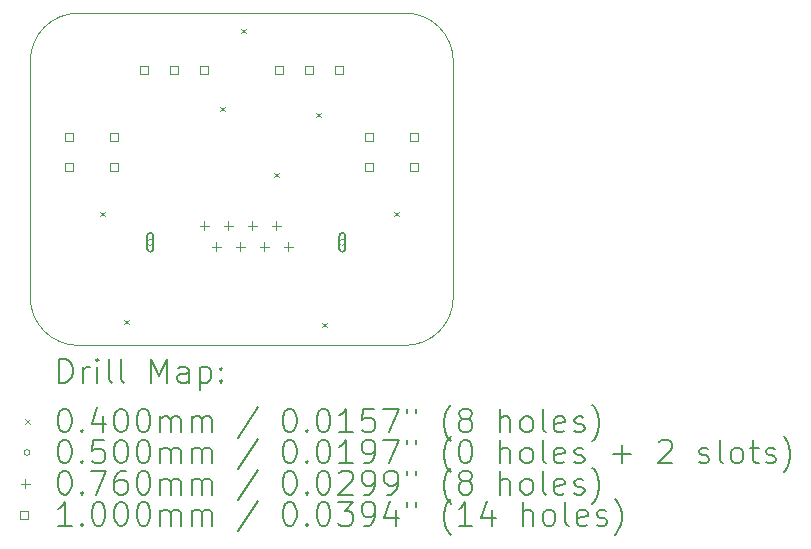
<source format=gbr>
%TF.GenerationSoftware,KiCad,Pcbnew,7.0.2*%
%TF.CreationDate,2023-08-07T19:28:32-05:00*%
%TF.ProjectId,JoystickBoard,4a6f7973-7469-4636-9b42-6f6172642e6b,rev?*%
%TF.SameCoordinates,Original*%
%TF.FileFunction,Drillmap*%
%TF.FilePolarity,Positive*%
%FSLAX45Y45*%
G04 Gerber Fmt 4.5, Leading zero omitted, Abs format (unit mm)*
G04 Created by KiCad (PCBNEW 7.0.2) date 2023-08-07 19:28:32*
%MOMM*%
%LPD*%
G01*
G04 APERTURE LIST*
%ADD10C,0.050000*%
%ADD11C,0.200000*%
%ADD12C,0.040000*%
%ADD13C,0.076000*%
%ADD14C,0.100000*%
G04 APERTURE END LIST*
D10*
X13258800Y-11068050D02*
G75*
G03*
X13665200Y-11474450I406400J0D01*
G01*
X16840200Y-9067800D02*
X16840200Y-11068050D01*
X13258800Y-11068050D02*
X13258800Y-9067800D01*
X16433800Y-11474450D02*
X13665200Y-11474450D01*
X13665200Y-8661400D02*
G75*
G03*
X13258800Y-9067800I0J-406400D01*
G01*
X16433800Y-8661400D02*
X13665200Y-8661400D01*
X16840200Y-9067800D02*
G75*
G03*
X16433800Y-8661400I-406400J0D01*
G01*
X16433800Y-11474450D02*
G75*
G03*
X16840200Y-11068050I0J406400D01*
G01*
D11*
D12*
X13848400Y-10343200D02*
X13888400Y-10383200D01*
X13888400Y-10343200D02*
X13848400Y-10383200D01*
X14051600Y-11257600D02*
X14091600Y-11297600D01*
X14091600Y-11257600D02*
X14051600Y-11297600D01*
X14864400Y-9454200D02*
X14904400Y-9494200D01*
X14904400Y-9454200D02*
X14864400Y-9494200D01*
X15042200Y-8793800D02*
X15082200Y-8833800D01*
X15082200Y-8793800D02*
X15042200Y-8833800D01*
X15321600Y-10013000D02*
X15361600Y-10053000D01*
X15361600Y-10013000D02*
X15321600Y-10053000D01*
X15677200Y-9505000D02*
X15717200Y-9545000D01*
X15717200Y-9505000D02*
X15677200Y-9545000D01*
X15728000Y-11283000D02*
X15768000Y-11323000D01*
X15768000Y-11283000D02*
X15728000Y-11323000D01*
X16337600Y-10343200D02*
X16377600Y-10383200D01*
X16377600Y-10343200D02*
X16337600Y-10383200D01*
D10*
X14299908Y-10602087D02*
G75*
G03*
X14299908Y-10602087I-25000J0D01*
G01*
D11*
X14299908Y-10657087D02*
X14299908Y-10547087D01*
X14299908Y-10547087D02*
G75*
G03*
X14249908Y-10547087I-25000J0D01*
G01*
X14249908Y-10547087D02*
X14249908Y-10657087D01*
X14249908Y-10657087D02*
G75*
G03*
X14299908Y-10657087I25000J0D01*
G01*
D10*
X15925908Y-10602087D02*
G75*
G03*
X15925908Y-10602087I-25000J0D01*
G01*
D11*
X15925908Y-10657087D02*
X15925908Y-10547087D01*
X15925908Y-10547087D02*
G75*
G03*
X15875908Y-10547087I-25000J0D01*
G01*
X15875908Y-10547087D02*
X15875908Y-10657087D01*
X15875908Y-10657087D02*
G75*
G03*
X15925908Y-10657087I25000J0D01*
G01*
D13*
X14731838Y-10422282D02*
X14731838Y-10498282D01*
X14693838Y-10460282D02*
X14769838Y-10460282D01*
X14833838Y-10600282D02*
X14833838Y-10676282D01*
X14795838Y-10638282D02*
X14871838Y-10638282D01*
X14934838Y-10422282D02*
X14934838Y-10498282D01*
X14896838Y-10460282D02*
X14972838Y-10460282D01*
X15036838Y-10600282D02*
X15036838Y-10676282D01*
X14998838Y-10638282D02*
X15074838Y-10638282D01*
X15137838Y-10422282D02*
X15137838Y-10498282D01*
X15099838Y-10460282D02*
X15175838Y-10460282D01*
X15239838Y-10600282D02*
X15239838Y-10676282D01*
X15201838Y-10638282D02*
X15277838Y-10638282D01*
X15340838Y-10422282D02*
X15340838Y-10498282D01*
X15302838Y-10460282D02*
X15378838Y-10460282D01*
X15442838Y-10600282D02*
X15442838Y-10676282D01*
X15404838Y-10638282D02*
X15480838Y-10638282D01*
D14*
X13624356Y-9742856D02*
X13624356Y-9672144D01*
X13553644Y-9672144D01*
X13553644Y-9742856D01*
X13624356Y-9742856D01*
X13624356Y-9996856D02*
X13624356Y-9926144D01*
X13553644Y-9926144D01*
X13553644Y-9996856D01*
X13624356Y-9996856D01*
X14005356Y-9742856D02*
X14005356Y-9672144D01*
X13934644Y-9672144D01*
X13934644Y-9742856D01*
X14005356Y-9742856D01*
X14005356Y-9996856D02*
X14005356Y-9926144D01*
X13934644Y-9926144D01*
X13934644Y-9996856D01*
X14005356Y-9996856D01*
X14259356Y-9179356D02*
X14259356Y-9108644D01*
X14188644Y-9108644D01*
X14188644Y-9179356D01*
X14259356Y-9179356D01*
X14513356Y-9179356D02*
X14513356Y-9108644D01*
X14442644Y-9108644D01*
X14442644Y-9179356D01*
X14513356Y-9179356D01*
X14767356Y-9179356D02*
X14767356Y-9108644D01*
X14696644Y-9108644D01*
X14696644Y-9179356D01*
X14767356Y-9179356D01*
X15402356Y-9179356D02*
X15402356Y-9108644D01*
X15331644Y-9108644D01*
X15331644Y-9179356D01*
X15402356Y-9179356D01*
X15656356Y-9179356D02*
X15656356Y-9108644D01*
X15585644Y-9108644D01*
X15585644Y-9179356D01*
X15656356Y-9179356D01*
X15910356Y-9179356D02*
X15910356Y-9108644D01*
X15839644Y-9108644D01*
X15839644Y-9179356D01*
X15910356Y-9179356D01*
X16164356Y-9742856D02*
X16164356Y-9672144D01*
X16093644Y-9672144D01*
X16093644Y-9742856D01*
X16164356Y-9742856D01*
X16164356Y-9996856D02*
X16164356Y-9926144D01*
X16093644Y-9926144D01*
X16093644Y-9996856D01*
X16164356Y-9996856D01*
X16545356Y-9742856D02*
X16545356Y-9672144D01*
X16474644Y-9672144D01*
X16474644Y-9742856D01*
X16545356Y-9742856D01*
X16545356Y-9996856D02*
X16545356Y-9926144D01*
X16474644Y-9926144D01*
X16474644Y-9996856D01*
X16545356Y-9996856D01*
D11*
X13503919Y-11789474D02*
X13503919Y-11589474D01*
X13503919Y-11589474D02*
X13551538Y-11589474D01*
X13551538Y-11589474D02*
X13580109Y-11598998D01*
X13580109Y-11598998D02*
X13599157Y-11618045D01*
X13599157Y-11618045D02*
X13608681Y-11637093D01*
X13608681Y-11637093D02*
X13618205Y-11675188D01*
X13618205Y-11675188D02*
X13618205Y-11703759D01*
X13618205Y-11703759D02*
X13608681Y-11741855D01*
X13608681Y-11741855D02*
X13599157Y-11760902D01*
X13599157Y-11760902D02*
X13580109Y-11779950D01*
X13580109Y-11779950D02*
X13551538Y-11789474D01*
X13551538Y-11789474D02*
X13503919Y-11789474D01*
X13703919Y-11789474D02*
X13703919Y-11656140D01*
X13703919Y-11694236D02*
X13713443Y-11675188D01*
X13713443Y-11675188D02*
X13722967Y-11665664D01*
X13722967Y-11665664D02*
X13742014Y-11656140D01*
X13742014Y-11656140D02*
X13761062Y-11656140D01*
X13827728Y-11789474D02*
X13827728Y-11656140D01*
X13827728Y-11589474D02*
X13818205Y-11598998D01*
X13818205Y-11598998D02*
X13827728Y-11608521D01*
X13827728Y-11608521D02*
X13837252Y-11598998D01*
X13837252Y-11598998D02*
X13827728Y-11589474D01*
X13827728Y-11589474D02*
X13827728Y-11608521D01*
X13951538Y-11789474D02*
X13932490Y-11779950D01*
X13932490Y-11779950D02*
X13922967Y-11760902D01*
X13922967Y-11760902D02*
X13922967Y-11589474D01*
X14056300Y-11789474D02*
X14037252Y-11779950D01*
X14037252Y-11779950D02*
X14027728Y-11760902D01*
X14027728Y-11760902D02*
X14027728Y-11589474D01*
X14284871Y-11789474D02*
X14284871Y-11589474D01*
X14284871Y-11589474D02*
X14351538Y-11732331D01*
X14351538Y-11732331D02*
X14418205Y-11589474D01*
X14418205Y-11589474D02*
X14418205Y-11789474D01*
X14599157Y-11789474D02*
X14599157Y-11684712D01*
X14599157Y-11684712D02*
X14589633Y-11665664D01*
X14589633Y-11665664D02*
X14570586Y-11656140D01*
X14570586Y-11656140D02*
X14532490Y-11656140D01*
X14532490Y-11656140D02*
X14513443Y-11665664D01*
X14599157Y-11779950D02*
X14580109Y-11789474D01*
X14580109Y-11789474D02*
X14532490Y-11789474D01*
X14532490Y-11789474D02*
X14513443Y-11779950D01*
X14513443Y-11779950D02*
X14503919Y-11760902D01*
X14503919Y-11760902D02*
X14503919Y-11741855D01*
X14503919Y-11741855D02*
X14513443Y-11722807D01*
X14513443Y-11722807D02*
X14532490Y-11713283D01*
X14532490Y-11713283D02*
X14580109Y-11713283D01*
X14580109Y-11713283D02*
X14599157Y-11703759D01*
X14694395Y-11656140D02*
X14694395Y-11856140D01*
X14694395Y-11665664D02*
X14713443Y-11656140D01*
X14713443Y-11656140D02*
X14751538Y-11656140D01*
X14751538Y-11656140D02*
X14770586Y-11665664D01*
X14770586Y-11665664D02*
X14780109Y-11675188D01*
X14780109Y-11675188D02*
X14789633Y-11694236D01*
X14789633Y-11694236D02*
X14789633Y-11751378D01*
X14789633Y-11751378D02*
X14780109Y-11770426D01*
X14780109Y-11770426D02*
X14770586Y-11779950D01*
X14770586Y-11779950D02*
X14751538Y-11789474D01*
X14751538Y-11789474D02*
X14713443Y-11789474D01*
X14713443Y-11789474D02*
X14694395Y-11779950D01*
X14875348Y-11770426D02*
X14884871Y-11779950D01*
X14884871Y-11779950D02*
X14875348Y-11789474D01*
X14875348Y-11789474D02*
X14865824Y-11779950D01*
X14865824Y-11779950D02*
X14875348Y-11770426D01*
X14875348Y-11770426D02*
X14875348Y-11789474D01*
X14875348Y-11665664D02*
X14884871Y-11675188D01*
X14884871Y-11675188D02*
X14875348Y-11684712D01*
X14875348Y-11684712D02*
X14865824Y-11675188D01*
X14865824Y-11675188D02*
X14875348Y-11665664D01*
X14875348Y-11665664D02*
X14875348Y-11684712D01*
D12*
X13216300Y-12096950D02*
X13256300Y-12136950D01*
X13256300Y-12096950D02*
X13216300Y-12136950D01*
D11*
X13542014Y-12009474D02*
X13561062Y-12009474D01*
X13561062Y-12009474D02*
X13580109Y-12018998D01*
X13580109Y-12018998D02*
X13589633Y-12028521D01*
X13589633Y-12028521D02*
X13599157Y-12047569D01*
X13599157Y-12047569D02*
X13608681Y-12085664D01*
X13608681Y-12085664D02*
X13608681Y-12133283D01*
X13608681Y-12133283D02*
X13599157Y-12171378D01*
X13599157Y-12171378D02*
X13589633Y-12190426D01*
X13589633Y-12190426D02*
X13580109Y-12199950D01*
X13580109Y-12199950D02*
X13561062Y-12209474D01*
X13561062Y-12209474D02*
X13542014Y-12209474D01*
X13542014Y-12209474D02*
X13522967Y-12199950D01*
X13522967Y-12199950D02*
X13513443Y-12190426D01*
X13513443Y-12190426D02*
X13503919Y-12171378D01*
X13503919Y-12171378D02*
X13494395Y-12133283D01*
X13494395Y-12133283D02*
X13494395Y-12085664D01*
X13494395Y-12085664D02*
X13503919Y-12047569D01*
X13503919Y-12047569D02*
X13513443Y-12028521D01*
X13513443Y-12028521D02*
X13522967Y-12018998D01*
X13522967Y-12018998D02*
X13542014Y-12009474D01*
X13694395Y-12190426D02*
X13703919Y-12199950D01*
X13703919Y-12199950D02*
X13694395Y-12209474D01*
X13694395Y-12209474D02*
X13684871Y-12199950D01*
X13684871Y-12199950D02*
X13694395Y-12190426D01*
X13694395Y-12190426D02*
X13694395Y-12209474D01*
X13875348Y-12076140D02*
X13875348Y-12209474D01*
X13827728Y-11999950D02*
X13780109Y-12142807D01*
X13780109Y-12142807D02*
X13903919Y-12142807D01*
X14018205Y-12009474D02*
X14037252Y-12009474D01*
X14037252Y-12009474D02*
X14056300Y-12018998D01*
X14056300Y-12018998D02*
X14065824Y-12028521D01*
X14065824Y-12028521D02*
X14075348Y-12047569D01*
X14075348Y-12047569D02*
X14084871Y-12085664D01*
X14084871Y-12085664D02*
X14084871Y-12133283D01*
X14084871Y-12133283D02*
X14075348Y-12171378D01*
X14075348Y-12171378D02*
X14065824Y-12190426D01*
X14065824Y-12190426D02*
X14056300Y-12199950D01*
X14056300Y-12199950D02*
X14037252Y-12209474D01*
X14037252Y-12209474D02*
X14018205Y-12209474D01*
X14018205Y-12209474D02*
X13999157Y-12199950D01*
X13999157Y-12199950D02*
X13989633Y-12190426D01*
X13989633Y-12190426D02*
X13980109Y-12171378D01*
X13980109Y-12171378D02*
X13970586Y-12133283D01*
X13970586Y-12133283D02*
X13970586Y-12085664D01*
X13970586Y-12085664D02*
X13980109Y-12047569D01*
X13980109Y-12047569D02*
X13989633Y-12028521D01*
X13989633Y-12028521D02*
X13999157Y-12018998D01*
X13999157Y-12018998D02*
X14018205Y-12009474D01*
X14208681Y-12009474D02*
X14227729Y-12009474D01*
X14227729Y-12009474D02*
X14246776Y-12018998D01*
X14246776Y-12018998D02*
X14256300Y-12028521D01*
X14256300Y-12028521D02*
X14265824Y-12047569D01*
X14265824Y-12047569D02*
X14275348Y-12085664D01*
X14275348Y-12085664D02*
X14275348Y-12133283D01*
X14275348Y-12133283D02*
X14265824Y-12171378D01*
X14265824Y-12171378D02*
X14256300Y-12190426D01*
X14256300Y-12190426D02*
X14246776Y-12199950D01*
X14246776Y-12199950D02*
X14227729Y-12209474D01*
X14227729Y-12209474D02*
X14208681Y-12209474D01*
X14208681Y-12209474D02*
X14189633Y-12199950D01*
X14189633Y-12199950D02*
X14180109Y-12190426D01*
X14180109Y-12190426D02*
X14170586Y-12171378D01*
X14170586Y-12171378D02*
X14161062Y-12133283D01*
X14161062Y-12133283D02*
X14161062Y-12085664D01*
X14161062Y-12085664D02*
X14170586Y-12047569D01*
X14170586Y-12047569D02*
X14180109Y-12028521D01*
X14180109Y-12028521D02*
X14189633Y-12018998D01*
X14189633Y-12018998D02*
X14208681Y-12009474D01*
X14361062Y-12209474D02*
X14361062Y-12076140D01*
X14361062Y-12095188D02*
X14370586Y-12085664D01*
X14370586Y-12085664D02*
X14389633Y-12076140D01*
X14389633Y-12076140D02*
X14418205Y-12076140D01*
X14418205Y-12076140D02*
X14437252Y-12085664D01*
X14437252Y-12085664D02*
X14446776Y-12104712D01*
X14446776Y-12104712D02*
X14446776Y-12209474D01*
X14446776Y-12104712D02*
X14456300Y-12085664D01*
X14456300Y-12085664D02*
X14475348Y-12076140D01*
X14475348Y-12076140D02*
X14503919Y-12076140D01*
X14503919Y-12076140D02*
X14522967Y-12085664D01*
X14522967Y-12085664D02*
X14532490Y-12104712D01*
X14532490Y-12104712D02*
X14532490Y-12209474D01*
X14627729Y-12209474D02*
X14627729Y-12076140D01*
X14627729Y-12095188D02*
X14637252Y-12085664D01*
X14637252Y-12085664D02*
X14656300Y-12076140D01*
X14656300Y-12076140D02*
X14684871Y-12076140D01*
X14684871Y-12076140D02*
X14703919Y-12085664D01*
X14703919Y-12085664D02*
X14713443Y-12104712D01*
X14713443Y-12104712D02*
X14713443Y-12209474D01*
X14713443Y-12104712D02*
X14722967Y-12085664D01*
X14722967Y-12085664D02*
X14742014Y-12076140D01*
X14742014Y-12076140D02*
X14770586Y-12076140D01*
X14770586Y-12076140D02*
X14789633Y-12085664D01*
X14789633Y-12085664D02*
X14799157Y-12104712D01*
X14799157Y-12104712D02*
X14799157Y-12209474D01*
X15189633Y-11999950D02*
X15018205Y-12257093D01*
X15446776Y-12009474D02*
X15465824Y-12009474D01*
X15465824Y-12009474D02*
X15484872Y-12018998D01*
X15484872Y-12018998D02*
X15494395Y-12028521D01*
X15494395Y-12028521D02*
X15503919Y-12047569D01*
X15503919Y-12047569D02*
X15513443Y-12085664D01*
X15513443Y-12085664D02*
X15513443Y-12133283D01*
X15513443Y-12133283D02*
X15503919Y-12171378D01*
X15503919Y-12171378D02*
X15494395Y-12190426D01*
X15494395Y-12190426D02*
X15484872Y-12199950D01*
X15484872Y-12199950D02*
X15465824Y-12209474D01*
X15465824Y-12209474D02*
X15446776Y-12209474D01*
X15446776Y-12209474D02*
X15427729Y-12199950D01*
X15427729Y-12199950D02*
X15418205Y-12190426D01*
X15418205Y-12190426D02*
X15408681Y-12171378D01*
X15408681Y-12171378D02*
X15399157Y-12133283D01*
X15399157Y-12133283D02*
X15399157Y-12085664D01*
X15399157Y-12085664D02*
X15408681Y-12047569D01*
X15408681Y-12047569D02*
X15418205Y-12028521D01*
X15418205Y-12028521D02*
X15427729Y-12018998D01*
X15427729Y-12018998D02*
X15446776Y-12009474D01*
X15599157Y-12190426D02*
X15608681Y-12199950D01*
X15608681Y-12199950D02*
X15599157Y-12209474D01*
X15599157Y-12209474D02*
X15589633Y-12199950D01*
X15589633Y-12199950D02*
X15599157Y-12190426D01*
X15599157Y-12190426D02*
X15599157Y-12209474D01*
X15732491Y-12009474D02*
X15751538Y-12009474D01*
X15751538Y-12009474D02*
X15770586Y-12018998D01*
X15770586Y-12018998D02*
X15780110Y-12028521D01*
X15780110Y-12028521D02*
X15789633Y-12047569D01*
X15789633Y-12047569D02*
X15799157Y-12085664D01*
X15799157Y-12085664D02*
X15799157Y-12133283D01*
X15799157Y-12133283D02*
X15789633Y-12171378D01*
X15789633Y-12171378D02*
X15780110Y-12190426D01*
X15780110Y-12190426D02*
X15770586Y-12199950D01*
X15770586Y-12199950D02*
X15751538Y-12209474D01*
X15751538Y-12209474D02*
X15732491Y-12209474D01*
X15732491Y-12209474D02*
X15713443Y-12199950D01*
X15713443Y-12199950D02*
X15703919Y-12190426D01*
X15703919Y-12190426D02*
X15694395Y-12171378D01*
X15694395Y-12171378D02*
X15684872Y-12133283D01*
X15684872Y-12133283D02*
X15684872Y-12085664D01*
X15684872Y-12085664D02*
X15694395Y-12047569D01*
X15694395Y-12047569D02*
X15703919Y-12028521D01*
X15703919Y-12028521D02*
X15713443Y-12018998D01*
X15713443Y-12018998D02*
X15732491Y-12009474D01*
X15989633Y-12209474D02*
X15875348Y-12209474D01*
X15932491Y-12209474D02*
X15932491Y-12009474D01*
X15932491Y-12009474D02*
X15913443Y-12038045D01*
X15913443Y-12038045D02*
X15894395Y-12057093D01*
X15894395Y-12057093D02*
X15875348Y-12066617D01*
X16170586Y-12009474D02*
X16075348Y-12009474D01*
X16075348Y-12009474D02*
X16065824Y-12104712D01*
X16065824Y-12104712D02*
X16075348Y-12095188D01*
X16075348Y-12095188D02*
X16094395Y-12085664D01*
X16094395Y-12085664D02*
X16142014Y-12085664D01*
X16142014Y-12085664D02*
X16161062Y-12095188D01*
X16161062Y-12095188D02*
X16170586Y-12104712D01*
X16170586Y-12104712D02*
X16180110Y-12123759D01*
X16180110Y-12123759D02*
X16180110Y-12171378D01*
X16180110Y-12171378D02*
X16170586Y-12190426D01*
X16170586Y-12190426D02*
X16161062Y-12199950D01*
X16161062Y-12199950D02*
X16142014Y-12209474D01*
X16142014Y-12209474D02*
X16094395Y-12209474D01*
X16094395Y-12209474D02*
X16075348Y-12199950D01*
X16075348Y-12199950D02*
X16065824Y-12190426D01*
X16246776Y-12009474D02*
X16380110Y-12009474D01*
X16380110Y-12009474D02*
X16294395Y-12209474D01*
X16446776Y-12009474D02*
X16446776Y-12047569D01*
X16522967Y-12009474D02*
X16522967Y-12047569D01*
X16818205Y-12285664D02*
X16808681Y-12276140D01*
X16808681Y-12276140D02*
X16789634Y-12247569D01*
X16789634Y-12247569D02*
X16780110Y-12228521D01*
X16780110Y-12228521D02*
X16770586Y-12199950D01*
X16770586Y-12199950D02*
X16761062Y-12152331D01*
X16761062Y-12152331D02*
X16761062Y-12114236D01*
X16761062Y-12114236D02*
X16770586Y-12066617D01*
X16770586Y-12066617D02*
X16780110Y-12038045D01*
X16780110Y-12038045D02*
X16789634Y-12018998D01*
X16789634Y-12018998D02*
X16808681Y-11990426D01*
X16808681Y-11990426D02*
X16818205Y-11980902D01*
X16922967Y-12095188D02*
X16903919Y-12085664D01*
X16903919Y-12085664D02*
X16894396Y-12076140D01*
X16894396Y-12076140D02*
X16884872Y-12057093D01*
X16884872Y-12057093D02*
X16884872Y-12047569D01*
X16884872Y-12047569D02*
X16894396Y-12028521D01*
X16894396Y-12028521D02*
X16903919Y-12018998D01*
X16903919Y-12018998D02*
X16922967Y-12009474D01*
X16922967Y-12009474D02*
X16961062Y-12009474D01*
X16961062Y-12009474D02*
X16980110Y-12018998D01*
X16980110Y-12018998D02*
X16989634Y-12028521D01*
X16989634Y-12028521D02*
X16999157Y-12047569D01*
X16999157Y-12047569D02*
X16999157Y-12057093D01*
X16999157Y-12057093D02*
X16989634Y-12076140D01*
X16989634Y-12076140D02*
X16980110Y-12085664D01*
X16980110Y-12085664D02*
X16961062Y-12095188D01*
X16961062Y-12095188D02*
X16922967Y-12095188D01*
X16922967Y-12095188D02*
X16903919Y-12104712D01*
X16903919Y-12104712D02*
X16894396Y-12114236D01*
X16894396Y-12114236D02*
X16884872Y-12133283D01*
X16884872Y-12133283D02*
X16884872Y-12171378D01*
X16884872Y-12171378D02*
X16894396Y-12190426D01*
X16894396Y-12190426D02*
X16903919Y-12199950D01*
X16903919Y-12199950D02*
X16922967Y-12209474D01*
X16922967Y-12209474D02*
X16961062Y-12209474D01*
X16961062Y-12209474D02*
X16980110Y-12199950D01*
X16980110Y-12199950D02*
X16989634Y-12190426D01*
X16989634Y-12190426D02*
X16999157Y-12171378D01*
X16999157Y-12171378D02*
X16999157Y-12133283D01*
X16999157Y-12133283D02*
X16989634Y-12114236D01*
X16989634Y-12114236D02*
X16980110Y-12104712D01*
X16980110Y-12104712D02*
X16961062Y-12095188D01*
X17237253Y-12209474D02*
X17237253Y-12009474D01*
X17322967Y-12209474D02*
X17322967Y-12104712D01*
X17322967Y-12104712D02*
X17313443Y-12085664D01*
X17313443Y-12085664D02*
X17294396Y-12076140D01*
X17294396Y-12076140D02*
X17265824Y-12076140D01*
X17265824Y-12076140D02*
X17246777Y-12085664D01*
X17246777Y-12085664D02*
X17237253Y-12095188D01*
X17446777Y-12209474D02*
X17427729Y-12199950D01*
X17427729Y-12199950D02*
X17418205Y-12190426D01*
X17418205Y-12190426D02*
X17408681Y-12171378D01*
X17408681Y-12171378D02*
X17408681Y-12114236D01*
X17408681Y-12114236D02*
X17418205Y-12095188D01*
X17418205Y-12095188D02*
X17427729Y-12085664D01*
X17427729Y-12085664D02*
X17446777Y-12076140D01*
X17446777Y-12076140D02*
X17475348Y-12076140D01*
X17475348Y-12076140D02*
X17494396Y-12085664D01*
X17494396Y-12085664D02*
X17503919Y-12095188D01*
X17503919Y-12095188D02*
X17513443Y-12114236D01*
X17513443Y-12114236D02*
X17513443Y-12171378D01*
X17513443Y-12171378D02*
X17503919Y-12190426D01*
X17503919Y-12190426D02*
X17494396Y-12199950D01*
X17494396Y-12199950D02*
X17475348Y-12209474D01*
X17475348Y-12209474D02*
X17446777Y-12209474D01*
X17627729Y-12209474D02*
X17608681Y-12199950D01*
X17608681Y-12199950D02*
X17599158Y-12180902D01*
X17599158Y-12180902D02*
X17599158Y-12009474D01*
X17780110Y-12199950D02*
X17761062Y-12209474D01*
X17761062Y-12209474D02*
X17722967Y-12209474D01*
X17722967Y-12209474D02*
X17703919Y-12199950D01*
X17703919Y-12199950D02*
X17694396Y-12180902D01*
X17694396Y-12180902D02*
X17694396Y-12104712D01*
X17694396Y-12104712D02*
X17703919Y-12085664D01*
X17703919Y-12085664D02*
X17722967Y-12076140D01*
X17722967Y-12076140D02*
X17761062Y-12076140D01*
X17761062Y-12076140D02*
X17780110Y-12085664D01*
X17780110Y-12085664D02*
X17789634Y-12104712D01*
X17789634Y-12104712D02*
X17789634Y-12123759D01*
X17789634Y-12123759D02*
X17694396Y-12142807D01*
X17865824Y-12199950D02*
X17884872Y-12209474D01*
X17884872Y-12209474D02*
X17922967Y-12209474D01*
X17922967Y-12209474D02*
X17942015Y-12199950D01*
X17942015Y-12199950D02*
X17951539Y-12180902D01*
X17951539Y-12180902D02*
X17951539Y-12171378D01*
X17951539Y-12171378D02*
X17942015Y-12152331D01*
X17942015Y-12152331D02*
X17922967Y-12142807D01*
X17922967Y-12142807D02*
X17894396Y-12142807D01*
X17894396Y-12142807D02*
X17875348Y-12133283D01*
X17875348Y-12133283D02*
X17865824Y-12114236D01*
X17865824Y-12114236D02*
X17865824Y-12104712D01*
X17865824Y-12104712D02*
X17875348Y-12085664D01*
X17875348Y-12085664D02*
X17894396Y-12076140D01*
X17894396Y-12076140D02*
X17922967Y-12076140D01*
X17922967Y-12076140D02*
X17942015Y-12085664D01*
X18018205Y-12285664D02*
X18027729Y-12276140D01*
X18027729Y-12276140D02*
X18046777Y-12247569D01*
X18046777Y-12247569D02*
X18056300Y-12228521D01*
X18056300Y-12228521D02*
X18065824Y-12199950D01*
X18065824Y-12199950D02*
X18075348Y-12152331D01*
X18075348Y-12152331D02*
X18075348Y-12114236D01*
X18075348Y-12114236D02*
X18065824Y-12066617D01*
X18065824Y-12066617D02*
X18056300Y-12038045D01*
X18056300Y-12038045D02*
X18046777Y-12018998D01*
X18046777Y-12018998D02*
X18027729Y-11990426D01*
X18027729Y-11990426D02*
X18018205Y-11980902D01*
D10*
X13256300Y-12380950D02*
G75*
G03*
X13256300Y-12380950I-25000J0D01*
G01*
D11*
X13542014Y-12273474D02*
X13561062Y-12273474D01*
X13561062Y-12273474D02*
X13580109Y-12282998D01*
X13580109Y-12282998D02*
X13589633Y-12292521D01*
X13589633Y-12292521D02*
X13599157Y-12311569D01*
X13599157Y-12311569D02*
X13608681Y-12349664D01*
X13608681Y-12349664D02*
X13608681Y-12397283D01*
X13608681Y-12397283D02*
X13599157Y-12435378D01*
X13599157Y-12435378D02*
X13589633Y-12454426D01*
X13589633Y-12454426D02*
X13580109Y-12463950D01*
X13580109Y-12463950D02*
X13561062Y-12473474D01*
X13561062Y-12473474D02*
X13542014Y-12473474D01*
X13542014Y-12473474D02*
X13522967Y-12463950D01*
X13522967Y-12463950D02*
X13513443Y-12454426D01*
X13513443Y-12454426D02*
X13503919Y-12435378D01*
X13503919Y-12435378D02*
X13494395Y-12397283D01*
X13494395Y-12397283D02*
X13494395Y-12349664D01*
X13494395Y-12349664D02*
X13503919Y-12311569D01*
X13503919Y-12311569D02*
X13513443Y-12292521D01*
X13513443Y-12292521D02*
X13522967Y-12282998D01*
X13522967Y-12282998D02*
X13542014Y-12273474D01*
X13694395Y-12454426D02*
X13703919Y-12463950D01*
X13703919Y-12463950D02*
X13694395Y-12473474D01*
X13694395Y-12473474D02*
X13684871Y-12463950D01*
X13684871Y-12463950D02*
X13694395Y-12454426D01*
X13694395Y-12454426D02*
X13694395Y-12473474D01*
X13884871Y-12273474D02*
X13789633Y-12273474D01*
X13789633Y-12273474D02*
X13780109Y-12368712D01*
X13780109Y-12368712D02*
X13789633Y-12359188D01*
X13789633Y-12359188D02*
X13808681Y-12349664D01*
X13808681Y-12349664D02*
X13856300Y-12349664D01*
X13856300Y-12349664D02*
X13875348Y-12359188D01*
X13875348Y-12359188D02*
X13884871Y-12368712D01*
X13884871Y-12368712D02*
X13894395Y-12387759D01*
X13894395Y-12387759D02*
X13894395Y-12435378D01*
X13894395Y-12435378D02*
X13884871Y-12454426D01*
X13884871Y-12454426D02*
X13875348Y-12463950D01*
X13875348Y-12463950D02*
X13856300Y-12473474D01*
X13856300Y-12473474D02*
X13808681Y-12473474D01*
X13808681Y-12473474D02*
X13789633Y-12463950D01*
X13789633Y-12463950D02*
X13780109Y-12454426D01*
X14018205Y-12273474D02*
X14037252Y-12273474D01*
X14037252Y-12273474D02*
X14056300Y-12282998D01*
X14056300Y-12282998D02*
X14065824Y-12292521D01*
X14065824Y-12292521D02*
X14075348Y-12311569D01*
X14075348Y-12311569D02*
X14084871Y-12349664D01*
X14084871Y-12349664D02*
X14084871Y-12397283D01*
X14084871Y-12397283D02*
X14075348Y-12435378D01*
X14075348Y-12435378D02*
X14065824Y-12454426D01*
X14065824Y-12454426D02*
X14056300Y-12463950D01*
X14056300Y-12463950D02*
X14037252Y-12473474D01*
X14037252Y-12473474D02*
X14018205Y-12473474D01*
X14018205Y-12473474D02*
X13999157Y-12463950D01*
X13999157Y-12463950D02*
X13989633Y-12454426D01*
X13989633Y-12454426D02*
X13980109Y-12435378D01*
X13980109Y-12435378D02*
X13970586Y-12397283D01*
X13970586Y-12397283D02*
X13970586Y-12349664D01*
X13970586Y-12349664D02*
X13980109Y-12311569D01*
X13980109Y-12311569D02*
X13989633Y-12292521D01*
X13989633Y-12292521D02*
X13999157Y-12282998D01*
X13999157Y-12282998D02*
X14018205Y-12273474D01*
X14208681Y-12273474D02*
X14227729Y-12273474D01*
X14227729Y-12273474D02*
X14246776Y-12282998D01*
X14246776Y-12282998D02*
X14256300Y-12292521D01*
X14256300Y-12292521D02*
X14265824Y-12311569D01*
X14265824Y-12311569D02*
X14275348Y-12349664D01*
X14275348Y-12349664D02*
X14275348Y-12397283D01*
X14275348Y-12397283D02*
X14265824Y-12435378D01*
X14265824Y-12435378D02*
X14256300Y-12454426D01*
X14256300Y-12454426D02*
X14246776Y-12463950D01*
X14246776Y-12463950D02*
X14227729Y-12473474D01*
X14227729Y-12473474D02*
X14208681Y-12473474D01*
X14208681Y-12473474D02*
X14189633Y-12463950D01*
X14189633Y-12463950D02*
X14180109Y-12454426D01*
X14180109Y-12454426D02*
X14170586Y-12435378D01*
X14170586Y-12435378D02*
X14161062Y-12397283D01*
X14161062Y-12397283D02*
X14161062Y-12349664D01*
X14161062Y-12349664D02*
X14170586Y-12311569D01*
X14170586Y-12311569D02*
X14180109Y-12292521D01*
X14180109Y-12292521D02*
X14189633Y-12282998D01*
X14189633Y-12282998D02*
X14208681Y-12273474D01*
X14361062Y-12473474D02*
X14361062Y-12340140D01*
X14361062Y-12359188D02*
X14370586Y-12349664D01*
X14370586Y-12349664D02*
X14389633Y-12340140D01*
X14389633Y-12340140D02*
X14418205Y-12340140D01*
X14418205Y-12340140D02*
X14437252Y-12349664D01*
X14437252Y-12349664D02*
X14446776Y-12368712D01*
X14446776Y-12368712D02*
X14446776Y-12473474D01*
X14446776Y-12368712D02*
X14456300Y-12349664D01*
X14456300Y-12349664D02*
X14475348Y-12340140D01*
X14475348Y-12340140D02*
X14503919Y-12340140D01*
X14503919Y-12340140D02*
X14522967Y-12349664D01*
X14522967Y-12349664D02*
X14532490Y-12368712D01*
X14532490Y-12368712D02*
X14532490Y-12473474D01*
X14627729Y-12473474D02*
X14627729Y-12340140D01*
X14627729Y-12359188D02*
X14637252Y-12349664D01*
X14637252Y-12349664D02*
X14656300Y-12340140D01*
X14656300Y-12340140D02*
X14684871Y-12340140D01*
X14684871Y-12340140D02*
X14703919Y-12349664D01*
X14703919Y-12349664D02*
X14713443Y-12368712D01*
X14713443Y-12368712D02*
X14713443Y-12473474D01*
X14713443Y-12368712D02*
X14722967Y-12349664D01*
X14722967Y-12349664D02*
X14742014Y-12340140D01*
X14742014Y-12340140D02*
X14770586Y-12340140D01*
X14770586Y-12340140D02*
X14789633Y-12349664D01*
X14789633Y-12349664D02*
X14799157Y-12368712D01*
X14799157Y-12368712D02*
X14799157Y-12473474D01*
X15189633Y-12263950D02*
X15018205Y-12521093D01*
X15446776Y-12273474D02*
X15465824Y-12273474D01*
X15465824Y-12273474D02*
X15484872Y-12282998D01*
X15484872Y-12282998D02*
X15494395Y-12292521D01*
X15494395Y-12292521D02*
X15503919Y-12311569D01*
X15503919Y-12311569D02*
X15513443Y-12349664D01*
X15513443Y-12349664D02*
X15513443Y-12397283D01*
X15513443Y-12397283D02*
X15503919Y-12435378D01*
X15503919Y-12435378D02*
X15494395Y-12454426D01*
X15494395Y-12454426D02*
X15484872Y-12463950D01*
X15484872Y-12463950D02*
X15465824Y-12473474D01*
X15465824Y-12473474D02*
X15446776Y-12473474D01*
X15446776Y-12473474D02*
X15427729Y-12463950D01*
X15427729Y-12463950D02*
X15418205Y-12454426D01*
X15418205Y-12454426D02*
X15408681Y-12435378D01*
X15408681Y-12435378D02*
X15399157Y-12397283D01*
X15399157Y-12397283D02*
X15399157Y-12349664D01*
X15399157Y-12349664D02*
X15408681Y-12311569D01*
X15408681Y-12311569D02*
X15418205Y-12292521D01*
X15418205Y-12292521D02*
X15427729Y-12282998D01*
X15427729Y-12282998D02*
X15446776Y-12273474D01*
X15599157Y-12454426D02*
X15608681Y-12463950D01*
X15608681Y-12463950D02*
X15599157Y-12473474D01*
X15599157Y-12473474D02*
X15589633Y-12463950D01*
X15589633Y-12463950D02*
X15599157Y-12454426D01*
X15599157Y-12454426D02*
X15599157Y-12473474D01*
X15732491Y-12273474D02*
X15751538Y-12273474D01*
X15751538Y-12273474D02*
X15770586Y-12282998D01*
X15770586Y-12282998D02*
X15780110Y-12292521D01*
X15780110Y-12292521D02*
X15789633Y-12311569D01*
X15789633Y-12311569D02*
X15799157Y-12349664D01*
X15799157Y-12349664D02*
X15799157Y-12397283D01*
X15799157Y-12397283D02*
X15789633Y-12435378D01*
X15789633Y-12435378D02*
X15780110Y-12454426D01*
X15780110Y-12454426D02*
X15770586Y-12463950D01*
X15770586Y-12463950D02*
X15751538Y-12473474D01*
X15751538Y-12473474D02*
X15732491Y-12473474D01*
X15732491Y-12473474D02*
X15713443Y-12463950D01*
X15713443Y-12463950D02*
X15703919Y-12454426D01*
X15703919Y-12454426D02*
X15694395Y-12435378D01*
X15694395Y-12435378D02*
X15684872Y-12397283D01*
X15684872Y-12397283D02*
X15684872Y-12349664D01*
X15684872Y-12349664D02*
X15694395Y-12311569D01*
X15694395Y-12311569D02*
X15703919Y-12292521D01*
X15703919Y-12292521D02*
X15713443Y-12282998D01*
X15713443Y-12282998D02*
X15732491Y-12273474D01*
X15989633Y-12473474D02*
X15875348Y-12473474D01*
X15932491Y-12473474D02*
X15932491Y-12273474D01*
X15932491Y-12273474D02*
X15913443Y-12302045D01*
X15913443Y-12302045D02*
X15894395Y-12321093D01*
X15894395Y-12321093D02*
X15875348Y-12330617D01*
X16084872Y-12473474D02*
X16122967Y-12473474D01*
X16122967Y-12473474D02*
X16142014Y-12463950D01*
X16142014Y-12463950D02*
X16151538Y-12454426D01*
X16151538Y-12454426D02*
X16170586Y-12425855D01*
X16170586Y-12425855D02*
X16180110Y-12387759D01*
X16180110Y-12387759D02*
X16180110Y-12311569D01*
X16180110Y-12311569D02*
X16170586Y-12292521D01*
X16170586Y-12292521D02*
X16161062Y-12282998D01*
X16161062Y-12282998D02*
X16142014Y-12273474D01*
X16142014Y-12273474D02*
X16103919Y-12273474D01*
X16103919Y-12273474D02*
X16084872Y-12282998D01*
X16084872Y-12282998D02*
X16075348Y-12292521D01*
X16075348Y-12292521D02*
X16065824Y-12311569D01*
X16065824Y-12311569D02*
X16065824Y-12359188D01*
X16065824Y-12359188D02*
X16075348Y-12378236D01*
X16075348Y-12378236D02*
X16084872Y-12387759D01*
X16084872Y-12387759D02*
X16103919Y-12397283D01*
X16103919Y-12397283D02*
X16142014Y-12397283D01*
X16142014Y-12397283D02*
X16161062Y-12387759D01*
X16161062Y-12387759D02*
X16170586Y-12378236D01*
X16170586Y-12378236D02*
X16180110Y-12359188D01*
X16246776Y-12273474D02*
X16380110Y-12273474D01*
X16380110Y-12273474D02*
X16294395Y-12473474D01*
X16446776Y-12273474D02*
X16446776Y-12311569D01*
X16522967Y-12273474D02*
X16522967Y-12311569D01*
X16818205Y-12549664D02*
X16808681Y-12540140D01*
X16808681Y-12540140D02*
X16789634Y-12511569D01*
X16789634Y-12511569D02*
X16780110Y-12492521D01*
X16780110Y-12492521D02*
X16770586Y-12463950D01*
X16770586Y-12463950D02*
X16761062Y-12416331D01*
X16761062Y-12416331D02*
X16761062Y-12378236D01*
X16761062Y-12378236D02*
X16770586Y-12330617D01*
X16770586Y-12330617D02*
X16780110Y-12302045D01*
X16780110Y-12302045D02*
X16789634Y-12282998D01*
X16789634Y-12282998D02*
X16808681Y-12254426D01*
X16808681Y-12254426D02*
X16818205Y-12244902D01*
X16932491Y-12273474D02*
X16951538Y-12273474D01*
X16951538Y-12273474D02*
X16970586Y-12282998D01*
X16970586Y-12282998D02*
X16980110Y-12292521D01*
X16980110Y-12292521D02*
X16989634Y-12311569D01*
X16989634Y-12311569D02*
X16999157Y-12349664D01*
X16999157Y-12349664D02*
X16999157Y-12397283D01*
X16999157Y-12397283D02*
X16989634Y-12435378D01*
X16989634Y-12435378D02*
X16980110Y-12454426D01*
X16980110Y-12454426D02*
X16970586Y-12463950D01*
X16970586Y-12463950D02*
X16951538Y-12473474D01*
X16951538Y-12473474D02*
X16932491Y-12473474D01*
X16932491Y-12473474D02*
X16913443Y-12463950D01*
X16913443Y-12463950D02*
X16903919Y-12454426D01*
X16903919Y-12454426D02*
X16894396Y-12435378D01*
X16894396Y-12435378D02*
X16884872Y-12397283D01*
X16884872Y-12397283D02*
X16884872Y-12349664D01*
X16884872Y-12349664D02*
X16894396Y-12311569D01*
X16894396Y-12311569D02*
X16903919Y-12292521D01*
X16903919Y-12292521D02*
X16913443Y-12282998D01*
X16913443Y-12282998D02*
X16932491Y-12273474D01*
X17237253Y-12473474D02*
X17237253Y-12273474D01*
X17322967Y-12473474D02*
X17322967Y-12368712D01*
X17322967Y-12368712D02*
X17313443Y-12349664D01*
X17313443Y-12349664D02*
X17294396Y-12340140D01*
X17294396Y-12340140D02*
X17265824Y-12340140D01*
X17265824Y-12340140D02*
X17246777Y-12349664D01*
X17246777Y-12349664D02*
X17237253Y-12359188D01*
X17446777Y-12473474D02*
X17427729Y-12463950D01*
X17427729Y-12463950D02*
X17418205Y-12454426D01*
X17418205Y-12454426D02*
X17408681Y-12435378D01*
X17408681Y-12435378D02*
X17408681Y-12378236D01*
X17408681Y-12378236D02*
X17418205Y-12359188D01*
X17418205Y-12359188D02*
X17427729Y-12349664D01*
X17427729Y-12349664D02*
X17446777Y-12340140D01*
X17446777Y-12340140D02*
X17475348Y-12340140D01*
X17475348Y-12340140D02*
X17494396Y-12349664D01*
X17494396Y-12349664D02*
X17503919Y-12359188D01*
X17503919Y-12359188D02*
X17513443Y-12378236D01*
X17513443Y-12378236D02*
X17513443Y-12435378D01*
X17513443Y-12435378D02*
X17503919Y-12454426D01*
X17503919Y-12454426D02*
X17494396Y-12463950D01*
X17494396Y-12463950D02*
X17475348Y-12473474D01*
X17475348Y-12473474D02*
X17446777Y-12473474D01*
X17627729Y-12473474D02*
X17608681Y-12463950D01*
X17608681Y-12463950D02*
X17599158Y-12444902D01*
X17599158Y-12444902D02*
X17599158Y-12273474D01*
X17780110Y-12463950D02*
X17761062Y-12473474D01*
X17761062Y-12473474D02*
X17722967Y-12473474D01*
X17722967Y-12473474D02*
X17703919Y-12463950D01*
X17703919Y-12463950D02*
X17694396Y-12444902D01*
X17694396Y-12444902D02*
X17694396Y-12368712D01*
X17694396Y-12368712D02*
X17703919Y-12349664D01*
X17703919Y-12349664D02*
X17722967Y-12340140D01*
X17722967Y-12340140D02*
X17761062Y-12340140D01*
X17761062Y-12340140D02*
X17780110Y-12349664D01*
X17780110Y-12349664D02*
X17789634Y-12368712D01*
X17789634Y-12368712D02*
X17789634Y-12387759D01*
X17789634Y-12387759D02*
X17694396Y-12406807D01*
X17865824Y-12463950D02*
X17884872Y-12473474D01*
X17884872Y-12473474D02*
X17922967Y-12473474D01*
X17922967Y-12473474D02*
X17942015Y-12463950D01*
X17942015Y-12463950D02*
X17951539Y-12444902D01*
X17951539Y-12444902D02*
X17951539Y-12435378D01*
X17951539Y-12435378D02*
X17942015Y-12416331D01*
X17942015Y-12416331D02*
X17922967Y-12406807D01*
X17922967Y-12406807D02*
X17894396Y-12406807D01*
X17894396Y-12406807D02*
X17875348Y-12397283D01*
X17875348Y-12397283D02*
X17865824Y-12378236D01*
X17865824Y-12378236D02*
X17865824Y-12368712D01*
X17865824Y-12368712D02*
X17875348Y-12349664D01*
X17875348Y-12349664D02*
X17894396Y-12340140D01*
X17894396Y-12340140D02*
X17922967Y-12340140D01*
X17922967Y-12340140D02*
X17942015Y-12349664D01*
X18189634Y-12397283D02*
X18342015Y-12397283D01*
X18265824Y-12473474D02*
X18265824Y-12321093D01*
X18580110Y-12292521D02*
X18589634Y-12282998D01*
X18589634Y-12282998D02*
X18608681Y-12273474D01*
X18608681Y-12273474D02*
X18656301Y-12273474D01*
X18656301Y-12273474D02*
X18675348Y-12282998D01*
X18675348Y-12282998D02*
X18684872Y-12292521D01*
X18684872Y-12292521D02*
X18694396Y-12311569D01*
X18694396Y-12311569D02*
X18694396Y-12330617D01*
X18694396Y-12330617D02*
X18684872Y-12359188D01*
X18684872Y-12359188D02*
X18570586Y-12473474D01*
X18570586Y-12473474D02*
X18694396Y-12473474D01*
X18922967Y-12463950D02*
X18942015Y-12473474D01*
X18942015Y-12473474D02*
X18980110Y-12473474D01*
X18980110Y-12473474D02*
X18999158Y-12463950D01*
X18999158Y-12463950D02*
X19008682Y-12444902D01*
X19008682Y-12444902D02*
X19008682Y-12435378D01*
X19008682Y-12435378D02*
X18999158Y-12416331D01*
X18999158Y-12416331D02*
X18980110Y-12406807D01*
X18980110Y-12406807D02*
X18951539Y-12406807D01*
X18951539Y-12406807D02*
X18932491Y-12397283D01*
X18932491Y-12397283D02*
X18922967Y-12378236D01*
X18922967Y-12378236D02*
X18922967Y-12368712D01*
X18922967Y-12368712D02*
X18932491Y-12349664D01*
X18932491Y-12349664D02*
X18951539Y-12340140D01*
X18951539Y-12340140D02*
X18980110Y-12340140D01*
X18980110Y-12340140D02*
X18999158Y-12349664D01*
X19122967Y-12473474D02*
X19103920Y-12463950D01*
X19103920Y-12463950D02*
X19094396Y-12444902D01*
X19094396Y-12444902D02*
X19094396Y-12273474D01*
X19227729Y-12473474D02*
X19208682Y-12463950D01*
X19208682Y-12463950D02*
X19199158Y-12454426D01*
X19199158Y-12454426D02*
X19189634Y-12435378D01*
X19189634Y-12435378D02*
X19189634Y-12378236D01*
X19189634Y-12378236D02*
X19199158Y-12359188D01*
X19199158Y-12359188D02*
X19208682Y-12349664D01*
X19208682Y-12349664D02*
X19227729Y-12340140D01*
X19227729Y-12340140D02*
X19256301Y-12340140D01*
X19256301Y-12340140D02*
X19275348Y-12349664D01*
X19275348Y-12349664D02*
X19284872Y-12359188D01*
X19284872Y-12359188D02*
X19294396Y-12378236D01*
X19294396Y-12378236D02*
X19294396Y-12435378D01*
X19294396Y-12435378D02*
X19284872Y-12454426D01*
X19284872Y-12454426D02*
X19275348Y-12463950D01*
X19275348Y-12463950D02*
X19256301Y-12473474D01*
X19256301Y-12473474D02*
X19227729Y-12473474D01*
X19351539Y-12340140D02*
X19427729Y-12340140D01*
X19380110Y-12273474D02*
X19380110Y-12444902D01*
X19380110Y-12444902D02*
X19389634Y-12463950D01*
X19389634Y-12463950D02*
X19408682Y-12473474D01*
X19408682Y-12473474D02*
X19427729Y-12473474D01*
X19484872Y-12463950D02*
X19503920Y-12473474D01*
X19503920Y-12473474D02*
X19542015Y-12473474D01*
X19542015Y-12473474D02*
X19561063Y-12463950D01*
X19561063Y-12463950D02*
X19570586Y-12444902D01*
X19570586Y-12444902D02*
X19570586Y-12435378D01*
X19570586Y-12435378D02*
X19561063Y-12416331D01*
X19561063Y-12416331D02*
X19542015Y-12406807D01*
X19542015Y-12406807D02*
X19513443Y-12406807D01*
X19513443Y-12406807D02*
X19494396Y-12397283D01*
X19494396Y-12397283D02*
X19484872Y-12378236D01*
X19484872Y-12378236D02*
X19484872Y-12368712D01*
X19484872Y-12368712D02*
X19494396Y-12349664D01*
X19494396Y-12349664D02*
X19513443Y-12340140D01*
X19513443Y-12340140D02*
X19542015Y-12340140D01*
X19542015Y-12340140D02*
X19561063Y-12349664D01*
X19637253Y-12549664D02*
X19646777Y-12540140D01*
X19646777Y-12540140D02*
X19665824Y-12511569D01*
X19665824Y-12511569D02*
X19675348Y-12492521D01*
X19675348Y-12492521D02*
X19684872Y-12463950D01*
X19684872Y-12463950D02*
X19694396Y-12416331D01*
X19694396Y-12416331D02*
X19694396Y-12378236D01*
X19694396Y-12378236D02*
X19684872Y-12330617D01*
X19684872Y-12330617D02*
X19675348Y-12302045D01*
X19675348Y-12302045D02*
X19665824Y-12282998D01*
X19665824Y-12282998D02*
X19646777Y-12254426D01*
X19646777Y-12254426D02*
X19637253Y-12244902D01*
D13*
X13218300Y-12606950D02*
X13218300Y-12682950D01*
X13180300Y-12644950D02*
X13256300Y-12644950D01*
D11*
X13542014Y-12537474D02*
X13561062Y-12537474D01*
X13561062Y-12537474D02*
X13580109Y-12546998D01*
X13580109Y-12546998D02*
X13589633Y-12556521D01*
X13589633Y-12556521D02*
X13599157Y-12575569D01*
X13599157Y-12575569D02*
X13608681Y-12613664D01*
X13608681Y-12613664D02*
X13608681Y-12661283D01*
X13608681Y-12661283D02*
X13599157Y-12699378D01*
X13599157Y-12699378D02*
X13589633Y-12718426D01*
X13589633Y-12718426D02*
X13580109Y-12727950D01*
X13580109Y-12727950D02*
X13561062Y-12737474D01*
X13561062Y-12737474D02*
X13542014Y-12737474D01*
X13542014Y-12737474D02*
X13522967Y-12727950D01*
X13522967Y-12727950D02*
X13513443Y-12718426D01*
X13513443Y-12718426D02*
X13503919Y-12699378D01*
X13503919Y-12699378D02*
X13494395Y-12661283D01*
X13494395Y-12661283D02*
X13494395Y-12613664D01*
X13494395Y-12613664D02*
X13503919Y-12575569D01*
X13503919Y-12575569D02*
X13513443Y-12556521D01*
X13513443Y-12556521D02*
X13522967Y-12546998D01*
X13522967Y-12546998D02*
X13542014Y-12537474D01*
X13694395Y-12718426D02*
X13703919Y-12727950D01*
X13703919Y-12727950D02*
X13694395Y-12737474D01*
X13694395Y-12737474D02*
X13684871Y-12727950D01*
X13684871Y-12727950D02*
X13694395Y-12718426D01*
X13694395Y-12718426D02*
X13694395Y-12737474D01*
X13770586Y-12537474D02*
X13903919Y-12537474D01*
X13903919Y-12537474D02*
X13818205Y-12737474D01*
X14065824Y-12537474D02*
X14027728Y-12537474D01*
X14027728Y-12537474D02*
X14008681Y-12546998D01*
X14008681Y-12546998D02*
X13999157Y-12556521D01*
X13999157Y-12556521D02*
X13980109Y-12585093D01*
X13980109Y-12585093D02*
X13970586Y-12623188D01*
X13970586Y-12623188D02*
X13970586Y-12699378D01*
X13970586Y-12699378D02*
X13980109Y-12718426D01*
X13980109Y-12718426D02*
X13989633Y-12727950D01*
X13989633Y-12727950D02*
X14008681Y-12737474D01*
X14008681Y-12737474D02*
X14046776Y-12737474D01*
X14046776Y-12737474D02*
X14065824Y-12727950D01*
X14065824Y-12727950D02*
X14075348Y-12718426D01*
X14075348Y-12718426D02*
X14084871Y-12699378D01*
X14084871Y-12699378D02*
X14084871Y-12651759D01*
X14084871Y-12651759D02*
X14075348Y-12632712D01*
X14075348Y-12632712D02*
X14065824Y-12623188D01*
X14065824Y-12623188D02*
X14046776Y-12613664D01*
X14046776Y-12613664D02*
X14008681Y-12613664D01*
X14008681Y-12613664D02*
X13989633Y-12623188D01*
X13989633Y-12623188D02*
X13980109Y-12632712D01*
X13980109Y-12632712D02*
X13970586Y-12651759D01*
X14208681Y-12537474D02*
X14227729Y-12537474D01*
X14227729Y-12537474D02*
X14246776Y-12546998D01*
X14246776Y-12546998D02*
X14256300Y-12556521D01*
X14256300Y-12556521D02*
X14265824Y-12575569D01*
X14265824Y-12575569D02*
X14275348Y-12613664D01*
X14275348Y-12613664D02*
X14275348Y-12661283D01*
X14275348Y-12661283D02*
X14265824Y-12699378D01*
X14265824Y-12699378D02*
X14256300Y-12718426D01*
X14256300Y-12718426D02*
X14246776Y-12727950D01*
X14246776Y-12727950D02*
X14227729Y-12737474D01*
X14227729Y-12737474D02*
X14208681Y-12737474D01*
X14208681Y-12737474D02*
X14189633Y-12727950D01*
X14189633Y-12727950D02*
X14180109Y-12718426D01*
X14180109Y-12718426D02*
X14170586Y-12699378D01*
X14170586Y-12699378D02*
X14161062Y-12661283D01*
X14161062Y-12661283D02*
X14161062Y-12613664D01*
X14161062Y-12613664D02*
X14170586Y-12575569D01*
X14170586Y-12575569D02*
X14180109Y-12556521D01*
X14180109Y-12556521D02*
X14189633Y-12546998D01*
X14189633Y-12546998D02*
X14208681Y-12537474D01*
X14361062Y-12737474D02*
X14361062Y-12604140D01*
X14361062Y-12623188D02*
X14370586Y-12613664D01*
X14370586Y-12613664D02*
X14389633Y-12604140D01*
X14389633Y-12604140D02*
X14418205Y-12604140D01*
X14418205Y-12604140D02*
X14437252Y-12613664D01*
X14437252Y-12613664D02*
X14446776Y-12632712D01*
X14446776Y-12632712D02*
X14446776Y-12737474D01*
X14446776Y-12632712D02*
X14456300Y-12613664D01*
X14456300Y-12613664D02*
X14475348Y-12604140D01*
X14475348Y-12604140D02*
X14503919Y-12604140D01*
X14503919Y-12604140D02*
X14522967Y-12613664D01*
X14522967Y-12613664D02*
X14532490Y-12632712D01*
X14532490Y-12632712D02*
X14532490Y-12737474D01*
X14627729Y-12737474D02*
X14627729Y-12604140D01*
X14627729Y-12623188D02*
X14637252Y-12613664D01*
X14637252Y-12613664D02*
X14656300Y-12604140D01*
X14656300Y-12604140D02*
X14684871Y-12604140D01*
X14684871Y-12604140D02*
X14703919Y-12613664D01*
X14703919Y-12613664D02*
X14713443Y-12632712D01*
X14713443Y-12632712D02*
X14713443Y-12737474D01*
X14713443Y-12632712D02*
X14722967Y-12613664D01*
X14722967Y-12613664D02*
X14742014Y-12604140D01*
X14742014Y-12604140D02*
X14770586Y-12604140D01*
X14770586Y-12604140D02*
X14789633Y-12613664D01*
X14789633Y-12613664D02*
X14799157Y-12632712D01*
X14799157Y-12632712D02*
X14799157Y-12737474D01*
X15189633Y-12527950D02*
X15018205Y-12785093D01*
X15446776Y-12537474D02*
X15465824Y-12537474D01*
X15465824Y-12537474D02*
X15484872Y-12546998D01*
X15484872Y-12546998D02*
X15494395Y-12556521D01*
X15494395Y-12556521D02*
X15503919Y-12575569D01*
X15503919Y-12575569D02*
X15513443Y-12613664D01*
X15513443Y-12613664D02*
X15513443Y-12661283D01*
X15513443Y-12661283D02*
X15503919Y-12699378D01*
X15503919Y-12699378D02*
X15494395Y-12718426D01*
X15494395Y-12718426D02*
X15484872Y-12727950D01*
X15484872Y-12727950D02*
X15465824Y-12737474D01*
X15465824Y-12737474D02*
X15446776Y-12737474D01*
X15446776Y-12737474D02*
X15427729Y-12727950D01*
X15427729Y-12727950D02*
X15418205Y-12718426D01*
X15418205Y-12718426D02*
X15408681Y-12699378D01*
X15408681Y-12699378D02*
X15399157Y-12661283D01*
X15399157Y-12661283D02*
X15399157Y-12613664D01*
X15399157Y-12613664D02*
X15408681Y-12575569D01*
X15408681Y-12575569D02*
X15418205Y-12556521D01*
X15418205Y-12556521D02*
X15427729Y-12546998D01*
X15427729Y-12546998D02*
X15446776Y-12537474D01*
X15599157Y-12718426D02*
X15608681Y-12727950D01*
X15608681Y-12727950D02*
X15599157Y-12737474D01*
X15599157Y-12737474D02*
X15589633Y-12727950D01*
X15589633Y-12727950D02*
X15599157Y-12718426D01*
X15599157Y-12718426D02*
X15599157Y-12737474D01*
X15732491Y-12537474D02*
X15751538Y-12537474D01*
X15751538Y-12537474D02*
X15770586Y-12546998D01*
X15770586Y-12546998D02*
X15780110Y-12556521D01*
X15780110Y-12556521D02*
X15789633Y-12575569D01*
X15789633Y-12575569D02*
X15799157Y-12613664D01*
X15799157Y-12613664D02*
X15799157Y-12661283D01*
X15799157Y-12661283D02*
X15789633Y-12699378D01*
X15789633Y-12699378D02*
X15780110Y-12718426D01*
X15780110Y-12718426D02*
X15770586Y-12727950D01*
X15770586Y-12727950D02*
X15751538Y-12737474D01*
X15751538Y-12737474D02*
X15732491Y-12737474D01*
X15732491Y-12737474D02*
X15713443Y-12727950D01*
X15713443Y-12727950D02*
X15703919Y-12718426D01*
X15703919Y-12718426D02*
X15694395Y-12699378D01*
X15694395Y-12699378D02*
X15684872Y-12661283D01*
X15684872Y-12661283D02*
X15684872Y-12613664D01*
X15684872Y-12613664D02*
X15694395Y-12575569D01*
X15694395Y-12575569D02*
X15703919Y-12556521D01*
X15703919Y-12556521D02*
X15713443Y-12546998D01*
X15713443Y-12546998D02*
X15732491Y-12537474D01*
X15875348Y-12556521D02*
X15884872Y-12546998D01*
X15884872Y-12546998D02*
X15903919Y-12537474D01*
X15903919Y-12537474D02*
X15951538Y-12537474D01*
X15951538Y-12537474D02*
X15970586Y-12546998D01*
X15970586Y-12546998D02*
X15980110Y-12556521D01*
X15980110Y-12556521D02*
X15989633Y-12575569D01*
X15989633Y-12575569D02*
X15989633Y-12594617D01*
X15989633Y-12594617D02*
X15980110Y-12623188D01*
X15980110Y-12623188D02*
X15865824Y-12737474D01*
X15865824Y-12737474D02*
X15989633Y-12737474D01*
X16084872Y-12737474D02*
X16122967Y-12737474D01*
X16122967Y-12737474D02*
X16142014Y-12727950D01*
X16142014Y-12727950D02*
X16151538Y-12718426D01*
X16151538Y-12718426D02*
X16170586Y-12689855D01*
X16170586Y-12689855D02*
X16180110Y-12651759D01*
X16180110Y-12651759D02*
X16180110Y-12575569D01*
X16180110Y-12575569D02*
X16170586Y-12556521D01*
X16170586Y-12556521D02*
X16161062Y-12546998D01*
X16161062Y-12546998D02*
X16142014Y-12537474D01*
X16142014Y-12537474D02*
X16103919Y-12537474D01*
X16103919Y-12537474D02*
X16084872Y-12546998D01*
X16084872Y-12546998D02*
X16075348Y-12556521D01*
X16075348Y-12556521D02*
X16065824Y-12575569D01*
X16065824Y-12575569D02*
X16065824Y-12623188D01*
X16065824Y-12623188D02*
X16075348Y-12642236D01*
X16075348Y-12642236D02*
X16084872Y-12651759D01*
X16084872Y-12651759D02*
X16103919Y-12661283D01*
X16103919Y-12661283D02*
X16142014Y-12661283D01*
X16142014Y-12661283D02*
X16161062Y-12651759D01*
X16161062Y-12651759D02*
X16170586Y-12642236D01*
X16170586Y-12642236D02*
X16180110Y-12623188D01*
X16275348Y-12737474D02*
X16313443Y-12737474D01*
X16313443Y-12737474D02*
X16332491Y-12727950D01*
X16332491Y-12727950D02*
X16342014Y-12718426D01*
X16342014Y-12718426D02*
X16361062Y-12689855D01*
X16361062Y-12689855D02*
X16370586Y-12651759D01*
X16370586Y-12651759D02*
X16370586Y-12575569D01*
X16370586Y-12575569D02*
X16361062Y-12556521D01*
X16361062Y-12556521D02*
X16351538Y-12546998D01*
X16351538Y-12546998D02*
X16332491Y-12537474D01*
X16332491Y-12537474D02*
X16294395Y-12537474D01*
X16294395Y-12537474D02*
X16275348Y-12546998D01*
X16275348Y-12546998D02*
X16265824Y-12556521D01*
X16265824Y-12556521D02*
X16256300Y-12575569D01*
X16256300Y-12575569D02*
X16256300Y-12623188D01*
X16256300Y-12623188D02*
X16265824Y-12642236D01*
X16265824Y-12642236D02*
X16275348Y-12651759D01*
X16275348Y-12651759D02*
X16294395Y-12661283D01*
X16294395Y-12661283D02*
X16332491Y-12661283D01*
X16332491Y-12661283D02*
X16351538Y-12651759D01*
X16351538Y-12651759D02*
X16361062Y-12642236D01*
X16361062Y-12642236D02*
X16370586Y-12623188D01*
X16446776Y-12537474D02*
X16446776Y-12575569D01*
X16522967Y-12537474D02*
X16522967Y-12575569D01*
X16818205Y-12813664D02*
X16808681Y-12804140D01*
X16808681Y-12804140D02*
X16789634Y-12775569D01*
X16789634Y-12775569D02*
X16780110Y-12756521D01*
X16780110Y-12756521D02*
X16770586Y-12727950D01*
X16770586Y-12727950D02*
X16761062Y-12680331D01*
X16761062Y-12680331D02*
X16761062Y-12642236D01*
X16761062Y-12642236D02*
X16770586Y-12594617D01*
X16770586Y-12594617D02*
X16780110Y-12566045D01*
X16780110Y-12566045D02*
X16789634Y-12546998D01*
X16789634Y-12546998D02*
X16808681Y-12518426D01*
X16808681Y-12518426D02*
X16818205Y-12508902D01*
X16922967Y-12623188D02*
X16903919Y-12613664D01*
X16903919Y-12613664D02*
X16894396Y-12604140D01*
X16894396Y-12604140D02*
X16884872Y-12585093D01*
X16884872Y-12585093D02*
X16884872Y-12575569D01*
X16884872Y-12575569D02*
X16894396Y-12556521D01*
X16894396Y-12556521D02*
X16903919Y-12546998D01*
X16903919Y-12546998D02*
X16922967Y-12537474D01*
X16922967Y-12537474D02*
X16961062Y-12537474D01*
X16961062Y-12537474D02*
X16980110Y-12546998D01*
X16980110Y-12546998D02*
X16989634Y-12556521D01*
X16989634Y-12556521D02*
X16999157Y-12575569D01*
X16999157Y-12575569D02*
X16999157Y-12585093D01*
X16999157Y-12585093D02*
X16989634Y-12604140D01*
X16989634Y-12604140D02*
X16980110Y-12613664D01*
X16980110Y-12613664D02*
X16961062Y-12623188D01*
X16961062Y-12623188D02*
X16922967Y-12623188D01*
X16922967Y-12623188D02*
X16903919Y-12632712D01*
X16903919Y-12632712D02*
X16894396Y-12642236D01*
X16894396Y-12642236D02*
X16884872Y-12661283D01*
X16884872Y-12661283D02*
X16884872Y-12699378D01*
X16884872Y-12699378D02*
X16894396Y-12718426D01*
X16894396Y-12718426D02*
X16903919Y-12727950D01*
X16903919Y-12727950D02*
X16922967Y-12737474D01*
X16922967Y-12737474D02*
X16961062Y-12737474D01*
X16961062Y-12737474D02*
X16980110Y-12727950D01*
X16980110Y-12727950D02*
X16989634Y-12718426D01*
X16989634Y-12718426D02*
X16999157Y-12699378D01*
X16999157Y-12699378D02*
X16999157Y-12661283D01*
X16999157Y-12661283D02*
X16989634Y-12642236D01*
X16989634Y-12642236D02*
X16980110Y-12632712D01*
X16980110Y-12632712D02*
X16961062Y-12623188D01*
X17237253Y-12737474D02*
X17237253Y-12537474D01*
X17322967Y-12737474D02*
X17322967Y-12632712D01*
X17322967Y-12632712D02*
X17313443Y-12613664D01*
X17313443Y-12613664D02*
X17294396Y-12604140D01*
X17294396Y-12604140D02*
X17265824Y-12604140D01*
X17265824Y-12604140D02*
X17246777Y-12613664D01*
X17246777Y-12613664D02*
X17237253Y-12623188D01*
X17446777Y-12737474D02*
X17427729Y-12727950D01*
X17427729Y-12727950D02*
X17418205Y-12718426D01*
X17418205Y-12718426D02*
X17408681Y-12699378D01*
X17408681Y-12699378D02*
X17408681Y-12642236D01*
X17408681Y-12642236D02*
X17418205Y-12623188D01*
X17418205Y-12623188D02*
X17427729Y-12613664D01*
X17427729Y-12613664D02*
X17446777Y-12604140D01*
X17446777Y-12604140D02*
X17475348Y-12604140D01*
X17475348Y-12604140D02*
X17494396Y-12613664D01*
X17494396Y-12613664D02*
X17503919Y-12623188D01*
X17503919Y-12623188D02*
X17513443Y-12642236D01*
X17513443Y-12642236D02*
X17513443Y-12699378D01*
X17513443Y-12699378D02*
X17503919Y-12718426D01*
X17503919Y-12718426D02*
X17494396Y-12727950D01*
X17494396Y-12727950D02*
X17475348Y-12737474D01*
X17475348Y-12737474D02*
X17446777Y-12737474D01*
X17627729Y-12737474D02*
X17608681Y-12727950D01*
X17608681Y-12727950D02*
X17599158Y-12708902D01*
X17599158Y-12708902D02*
X17599158Y-12537474D01*
X17780110Y-12727950D02*
X17761062Y-12737474D01*
X17761062Y-12737474D02*
X17722967Y-12737474D01*
X17722967Y-12737474D02*
X17703919Y-12727950D01*
X17703919Y-12727950D02*
X17694396Y-12708902D01*
X17694396Y-12708902D02*
X17694396Y-12632712D01*
X17694396Y-12632712D02*
X17703919Y-12613664D01*
X17703919Y-12613664D02*
X17722967Y-12604140D01*
X17722967Y-12604140D02*
X17761062Y-12604140D01*
X17761062Y-12604140D02*
X17780110Y-12613664D01*
X17780110Y-12613664D02*
X17789634Y-12632712D01*
X17789634Y-12632712D02*
X17789634Y-12651759D01*
X17789634Y-12651759D02*
X17694396Y-12670807D01*
X17865824Y-12727950D02*
X17884872Y-12737474D01*
X17884872Y-12737474D02*
X17922967Y-12737474D01*
X17922967Y-12737474D02*
X17942015Y-12727950D01*
X17942015Y-12727950D02*
X17951539Y-12708902D01*
X17951539Y-12708902D02*
X17951539Y-12699378D01*
X17951539Y-12699378D02*
X17942015Y-12680331D01*
X17942015Y-12680331D02*
X17922967Y-12670807D01*
X17922967Y-12670807D02*
X17894396Y-12670807D01*
X17894396Y-12670807D02*
X17875348Y-12661283D01*
X17875348Y-12661283D02*
X17865824Y-12642236D01*
X17865824Y-12642236D02*
X17865824Y-12632712D01*
X17865824Y-12632712D02*
X17875348Y-12613664D01*
X17875348Y-12613664D02*
X17894396Y-12604140D01*
X17894396Y-12604140D02*
X17922967Y-12604140D01*
X17922967Y-12604140D02*
X17942015Y-12613664D01*
X18018205Y-12813664D02*
X18027729Y-12804140D01*
X18027729Y-12804140D02*
X18046777Y-12775569D01*
X18046777Y-12775569D02*
X18056300Y-12756521D01*
X18056300Y-12756521D02*
X18065824Y-12727950D01*
X18065824Y-12727950D02*
X18075348Y-12680331D01*
X18075348Y-12680331D02*
X18075348Y-12642236D01*
X18075348Y-12642236D02*
X18065824Y-12594617D01*
X18065824Y-12594617D02*
X18056300Y-12566045D01*
X18056300Y-12566045D02*
X18046777Y-12546998D01*
X18046777Y-12546998D02*
X18027729Y-12518426D01*
X18027729Y-12518426D02*
X18018205Y-12508902D01*
D14*
X13241656Y-12944306D02*
X13241656Y-12873594D01*
X13170944Y-12873594D01*
X13170944Y-12944306D01*
X13241656Y-12944306D01*
D11*
X13608681Y-13001474D02*
X13494395Y-13001474D01*
X13551538Y-13001474D02*
X13551538Y-12801474D01*
X13551538Y-12801474D02*
X13532490Y-12830045D01*
X13532490Y-12830045D02*
X13513443Y-12849093D01*
X13513443Y-12849093D02*
X13494395Y-12858617D01*
X13694395Y-12982426D02*
X13703919Y-12991950D01*
X13703919Y-12991950D02*
X13694395Y-13001474D01*
X13694395Y-13001474D02*
X13684871Y-12991950D01*
X13684871Y-12991950D02*
X13694395Y-12982426D01*
X13694395Y-12982426D02*
X13694395Y-13001474D01*
X13827728Y-12801474D02*
X13846776Y-12801474D01*
X13846776Y-12801474D02*
X13865824Y-12810998D01*
X13865824Y-12810998D02*
X13875348Y-12820521D01*
X13875348Y-12820521D02*
X13884871Y-12839569D01*
X13884871Y-12839569D02*
X13894395Y-12877664D01*
X13894395Y-12877664D02*
X13894395Y-12925283D01*
X13894395Y-12925283D02*
X13884871Y-12963378D01*
X13884871Y-12963378D02*
X13875348Y-12982426D01*
X13875348Y-12982426D02*
X13865824Y-12991950D01*
X13865824Y-12991950D02*
X13846776Y-13001474D01*
X13846776Y-13001474D02*
X13827728Y-13001474D01*
X13827728Y-13001474D02*
X13808681Y-12991950D01*
X13808681Y-12991950D02*
X13799157Y-12982426D01*
X13799157Y-12982426D02*
X13789633Y-12963378D01*
X13789633Y-12963378D02*
X13780109Y-12925283D01*
X13780109Y-12925283D02*
X13780109Y-12877664D01*
X13780109Y-12877664D02*
X13789633Y-12839569D01*
X13789633Y-12839569D02*
X13799157Y-12820521D01*
X13799157Y-12820521D02*
X13808681Y-12810998D01*
X13808681Y-12810998D02*
X13827728Y-12801474D01*
X14018205Y-12801474D02*
X14037252Y-12801474D01*
X14037252Y-12801474D02*
X14056300Y-12810998D01*
X14056300Y-12810998D02*
X14065824Y-12820521D01*
X14065824Y-12820521D02*
X14075348Y-12839569D01*
X14075348Y-12839569D02*
X14084871Y-12877664D01*
X14084871Y-12877664D02*
X14084871Y-12925283D01*
X14084871Y-12925283D02*
X14075348Y-12963378D01*
X14075348Y-12963378D02*
X14065824Y-12982426D01*
X14065824Y-12982426D02*
X14056300Y-12991950D01*
X14056300Y-12991950D02*
X14037252Y-13001474D01*
X14037252Y-13001474D02*
X14018205Y-13001474D01*
X14018205Y-13001474D02*
X13999157Y-12991950D01*
X13999157Y-12991950D02*
X13989633Y-12982426D01*
X13989633Y-12982426D02*
X13980109Y-12963378D01*
X13980109Y-12963378D02*
X13970586Y-12925283D01*
X13970586Y-12925283D02*
X13970586Y-12877664D01*
X13970586Y-12877664D02*
X13980109Y-12839569D01*
X13980109Y-12839569D02*
X13989633Y-12820521D01*
X13989633Y-12820521D02*
X13999157Y-12810998D01*
X13999157Y-12810998D02*
X14018205Y-12801474D01*
X14208681Y-12801474D02*
X14227729Y-12801474D01*
X14227729Y-12801474D02*
X14246776Y-12810998D01*
X14246776Y-12810998D02*
X14256300Y-12820521D01*
X14256300Y-12820521D02*
X14265824Y-12839569D01*
X14265824Y-12839569D02*
X14275348Y-12877664D01*
X14275348Y-12877664D02*
X14275348Y-12925283D01*
X14275348Y-12925283D02*
X14265824Y-12963378D01*
X14265824Y-12963378D02*
X14256300Y-12982426D01*
X14256300Y-12982426D02*
X14246776Y-12991950D01*
X14246776Y-12991950D02*
X14227729Y-13001474D01*
X14227729Y-13001474D02*
X14208681Y-13001474D01*
X14208681Y-13001474D02*
X14189633Y-12991950D01*
X14189633Y-12991950D02*
X14180109Y-12982426D01*
X14180109Y-12982426D02*
X14170586Y-12963378D01*
X14170586Y-12963378D02*
X14161062Y-12925283D01*
X14161062Y-12925283D02*
X14161062Y-12877664D01*
X14161062Y-12877664D02*
X14170586Y-12839569D01*
X14170586Y-12839569D02*
X14180109Y-12820521D01*
X14180109Y-12820521D02*
X14189633Y-12810998D01*
X14189633Y-12810998D02*
X14208681Y-12801474D01*
X14361062Y-13001474D02*
X14361062Y-12868140D01*
X14361062Y-12887188D02*
X14370586Y-12877664D01*
X14370586Y-12877664D02*
X14389633Y-12868140D01*
X14389633Y-12868140D02*
X14418205Y-12868140D01*
X14418205Y-12868140D02*
X14437252Y-12877664D01*
X14437252Y-12877664D02*
X14446776Y-12896712D01*
X14446776Y-12896712D02*
X14446776Y-13001474D01*
X14446776Y-12896712D02*
X14456300Y-12877664D01*
X14456300Y-12877664D02*
X14475348Y-12868140D01*
X14475348Y-12868140D02*
X14503919Y-12868140D01*
X14503919Y-12868140D02*
X14522967Y-12877664D01*
X14522967Y-12877664D02*
X14532490Y-12896712D01*
X14532490Y-12896712D02*
X14532490Y-13001474D01*
X14627729Y-13001474D02*
X14627729Y-12868140D01*
X14627729Y-12887188D02*
X14637252Y-12877664D01*
X14637252Y-12877664D02*
X14656300Y-12868140D01*
X14656300Y-12868140D02*
X14684871Y-12868140D01*
X14684871Y-12868140D02*
X14703919Y-12877664D01*
X14703919Y-12877664D02*
X14713443Y-12896712D01*
X14713443Y-12896712D02*
X14713443Y-13001474D01*
X14713443Y-12896712D02*
X14722967Y-12877664D01*
X14722967Y-12877664D02*
X14742014Y-12868140D01*
X14742014Y-12868140D02*
X14770586Y-12868140D01*
X14770586Y-12868140D02*
X14789633Y-12877664D01*
X14789633Y-12877664D02*
X14799157Y-12896712D01*
X14799157Y-12896712D02*
X14799157Y-13001474D01*
X15189633Y-12791950D02*
X15018205Y-13049093D01*
X15446776Y-12801474D02*
X15465824Y-12801474D01*
X15465824Y-12801474D02*
X15484872Y-12810998D01*
X15484872Y-12810998D02*
X15494395Y-12820521D01*
X15494395Y-12820521D02*
X15503919Y-12839569D01*
X15503919Y-12839569D02*
X15513443Y-12877664D01*
X15513443Y-12877664D02*
X15513443Y-12925283D01*
X15513443Y-12925283D02*
X15503919Y-12963378D01*
X15503919Y-12963378D02*
X15494395Y-12982426D01*
X15494395Y-12982426D02*
X15484872Y-12991950D01*
X15484872Y-12991950D02*
X15465824Y-13001474D01*
X15465824Y-13001474D02*
X15446776Y-13001474D01*
X15446776Y-13001474D02*
X15427729Y-12991950D01*
X15427729Y-12991950D02*
X15418205Y-12982426D01*
X15418205Y-12982426D02*
X15408681Y-12963378D01*
X15408681Y-12963378D02*
X15399157Y-12925283D01*
X15399157Y-12925283D02*
X15399157Y-12877664D01*
X15399157Y-12877664D02*
X15408681Y-12839569D01*
X15408681Y-12839569D02*
X15418205Y-12820521D01*
X15418205Y-12820521D02*
X15427729Y-12810998D01*
X15427729Y-12810998D02*
X15446776Y-12801474D01*
X15599157Y-12982426D02*
X15608681Y-12991950D01*
X15608681Y-12991950D02*
X15599157Y-13001474D01*
X15599157Y-13001474D02*
X15589633Y-12991950D01*
X15589633Y-12991950D02*
X15599157Y-12982426D01*
X15599157Y-12982426D02*
X15599157Y-13001474D01*
X15732491Y-12801474D02*
X15751538Y-12801474D01*
X15751538Y-12801474D02*
X15770586Y-12810998D01*
X15770586Y-12810998D02*
X15780110Y-12820521D01*
X15780110Y-12820521D02*
X15789633Y-12839569D01*
X15789633Y-12839569D02*
X15799157Y-12877664D01*
X15799157Y-12877664D02*
X15799157Y-12925283D01*
X15799157Y-12925283D02*
X15789633Y-12963378D01*
X15789633Y-12963378D02*
X15780110Y-12982426D01*
X15780110Y-12982426D02*
X15770586Y-12991950D01*
X15770586Y-12991950D02*
X15751538Y-13001474D01*
X15751538Y-13001474D02*
X15732491Y-13001474D01*
X15732491Y-13001474D02*
X15713443Y-12991950D01*
X15713443Y-12991950D02*
X15703919Y-12982426D01*
X15703919Y-12982426D02*
X15694395Y-12963378D01*
X15694395Y-12963378D02*
X15684872Y-12925283D01*
X15684872Y-12925283D02*
X15684872Y-12877664D01*
X15684872Y-12877664D02*
X15694395Y-12839569D01*
X15694395Y-12839569D02*
X15703919Y-12820521D01*
X15703919Y-12820521D02*
X15713443Y-12810998D01*
X15713443Y-12810998D02*
X15732491Y-12801474D01*
X15865824Y-12801474D02*
X15989633Y-12801474D01*
X15989633Y-12801474D02*
X15922967Y-12877664D01*
X15922967Y-12877664D02*
X15951538Y-12877664D01*
X15951538Y-12877664D02*
X15970586Y-12887188D01*
X15970586Y-12887188D02*
X15980110Y-12896712D01*
X15980110Y-12896712D02*
X15989633Y-12915759D01*
X15989633Y-12915759D02*
X15989633Y-12963378D01*
X15989633Y-12963378D02*
X15980110Y-12982426D01*
X15980110Y-12982426D02*
X15970586Y-12991950D01*
X15970586Y-12991950D02*
X15951538Y-13001474D01*
X15951538Y-13001474D02*
X15894395Y-13001474D01*
X15894395Y-13001474D02*
X15875348Y-12991950D01*
X15875348Y-12991950D02*
X15865824Y-12982426D01*
X16084872Y-13001474D02*
X16122967Y-13001474D01*
X16122967Y-13001474D02*
X16142014Y-12991950D01*
X16142014Y-12991950D02*
X16151538Y-12982426D01*
X16151538Y-12982426D02*
X16170586Y-12953855D01*
X16170586Y-12953855D02*
X16180110Y-12915759D01*
X16180110Y-12915759D02*
X16180110Y-12839569D01*
X16180110Y-12839569D02*
X16170586Y-12820521D01*
X16170586Y-12820521D02*
X16161062Y-12810998D01*
X16161062Y-12810998D02*
X16142014Y-12801474D01*
X16142014Y-12801474D02*
X16103919Y-12801474D01*
X16103919Y-12801474D02*
X16084872Y-12810998D01*
X16084872Y-12810998D02*
X16075348Y-12820521D01*
X16075348Y-12820521D02*
X16065824Y-12839569D01*
X16065824Y-12839569D02*
X16065824Y-12887188D01*
X16065824Y-12887188D02*
X16075348Y-12906236D01*
X16075348Y-12906236D02*
X16084872Y-12915759D01*
X16084872Y-12915759D02*
X16103919Y-12925283D01*
X16103919Y-12925283D02*
X16142014Y-12925283D01*
X16142014Y-12925283D02*
X16161062Y-12915759D01*
X16161062Y-12915759D02*
X16170586Y-12906236D01*
X16170586Y-12906236D02*
X16180110Y-12887188D01*
X16351538Y-12868140D02*
X16351538Y-13001474D01*
X16303919Y-12791950D02*
X16256300Y-12934807D01*
X16256300Y-12934807D02*
X16380110Y-12934807D01*
X16446776Y-12801474D02*
X16446776Y-12839569D01*
X16522967Y-12801474D02*
X16522967Y-12839569D01*
X16818205Y-13077664D02*
X16808681Y-13068140D01*
X16808681Y-13068140D02*
X16789634Y-13039569D01*
X16789634Y-13039569D02*
X16780110Y-13020521D01*
X16780110Y-13020521D02*
X16770586Y-12991950D01*
X16770586Y-12991950D02*
X16761062Y-12944331D01*
X16761062Y-12944331D02*
X16761062Y-12906236D01*
X16761062Y-12906236D02*
X16770586Y-12858617D01*
X16770586Y-12858617D02*
X16780110Y-12830045D01*
X16780110Y-12830045D02*
X16789634Y-12810998D01*
X16789634Y-12810998D02*
X16808681Y-12782426D01*
X16808681Y-12782426D02*
X16818205Y-12772902D01*
X16999157Y-13001474D02*
X16884872Y-13001474D01*
X16942015Y-13001474D02*
X16942015Y-12801474D01*
X16942015Y-12801474D02*
X16922967Y-12830045D01*
X16922967Y-12830045D02*
X16903919Y-12849093D01*
X16903919Y-12849093D02*
X16884872Y-12858617D01*
X17170586Y-12868140D02*
X17170586Y-13001474D01*
X17122967Y-12791950D02*
X17075348Y-12934807D01*
X17075348Y-12934807D02*
X17199157Y-12934807D01*
X17427729Y-13001474D02*
X17427729Y-12801474D01*
X17513443Y-13001474D02*
X17513443Y-12896712D01*
X17513443Y-12896712D02*
X17503919Y-12877664D01*
X17503919Y-12877664D02*
X17484872Y-12868140D01*
X17484872Y-12868140D02*
X17456300Y-12868140D01*
X17456300Y-12868140D02*
X17437253Y-12877664D01*
X17437253Y-12877664D02*
X17427729Y-12887188D01*
X17637253Y-13001474D02*
X17618205Y-12991950D01*
X17618205Y-12991950D02*
X17608681Y-12982426D01*
X17608681Y-12982426D02*
X17599158Y-12963378D01*
X17599158Y-12963378D02*
X17599158Y-12906236D01*
X17599158Y-12906236D02*
X17608681Y-12887188D01*
X17608681Y-12887188D02*
X17618205Y-12877664D01*
X17618205Y-12877664D02*
X17637253Y-12868140D01*
X17637253Y-12868140D02*
X17665824Y-12868140D01*
X17665824Y-12868140D02*
X17684872Y-12877664D01*
X17684872Y-12877664D02*
X17694396Y-12887188D01*
X17694396Y-12887188D02*
X17703919Y-12906236D01*
X17703919Y-12906236D02*
X17703919Y-12963378D01*
X17703919Y-12963378D02*
X17694396Y-12982426D01*
X17694396Y-12982426D02*
X17684872Y-12991950D01*
X17684872Y-12991950D02*
X17665824Y-13001474D01*
X17665824Y-13001474D02*
X17637253Y-13001474D01*
X17818205Y-13001474D02*
X17799158Y-12991950D01*
X17799158Y-12991950D02*
X17789634Y-12972902D01*
X17789634Y-12972902D02*
X17789634Y-12801474D01*
X17970586Y-12991950D02*
X17951539Y-13001474D01*
X17951539Y-13001474D02*
X17913443Y-13001474D01*
X17913443Y-13001474D02*
X17894396Y-12991950D01*
X17894396Y-12991950D02*
X17884872Y-12972902D01*
X17884872Y-12972902D02*
X17884872Y-12896712D01*
X17884872Y-12896712D02*
X17894396Y-12877664D01*
X17894396Y-12877664D02*
X17913443Y-12868140D01*
X17913443Y-12868140D02*
X17951539Y-12868140D01*
X17951539Y-12868140D02*
X17970586Y-12877664D01*
X17970586Y-12877664D02*
X17980110Y-12896712D01*
X17980110Y-12896712D02*
X17980110Y-12915759D01*
X17980110Y-12915759D02*
X17884872Y-12934807D01*
X18056300Y-12991950D02*
X18075348Y-13001474D01*
X18075348Y-13001474D02*
X18113443Y-13001474D01*
X18113443Y-13001474D02*
X18132491Y-12991950D01*
X18132491Y-12991950D02*
X18142015Y-12972902D01*
X18142015Y-12972902D02*
X18142015Y-12963378D01*
X18142015Y-12963378D02*
X18132491Y-12944331D01*
X18132491Y-12944331D02*
X18113443Y-12934807D01*
X18113443Y-12934807D02*
X18084872Y-12934807D01*
X18084872Y-12934807D02*
X18065824Y-12925283D01*
X18065824Y-12925283D02*
X18056300Y-12906236D01*
X18056300Y-12906236D02*
X18056300Y-12896712D01*
X18056300Y-12896712D02*
X18065824Y-12877664D01*
X18065824Y-12877664D02*
X18084872Y-12868140D01*
X18084872Y-12868140D02*
X18113443Y-12868140D01*
X18113443Y-12868140D02*
X18132491Y-12877664D01*
X18208681Y-13077664D02*
X18218205Y-13068140D01*
X18218205Y-13068140D02*
X18237253Y-13039569D01*
X18237253Y-13039569D02*
X18246777Y-13020521D01*
X18246777Y-13020521D02*
X18256300Y-12991950D01*
X18256300Y-12991950D02*
X18265824Y-12944331D01*
X18265824Y-12944331D02*
X18265824Y-12906236D01*
X18265824Y-12906236D02*
X18256300Y-12858617D01*
X18256300Y-12858617D02*
X18246777Y-12830045D01*
X18246777Y-12830045D02*
X18237253Y-12810998D01*
X18237253Y-12810998D02*
X18218205Y-12782426D01*
X18218205Y-12782426D02*
X18208681Y-12772902D01*
M02*

</source>
